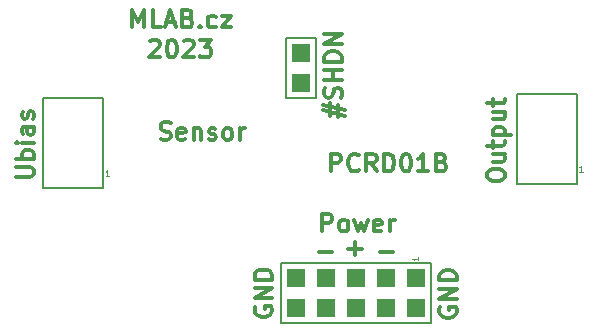
<source format=gbr>
%TF.GenerationSoftware,KiCad,Pcbnew,6.0.11+dfsg-1~bpo11+1*%
%TF.CreationDate,2023-07-05T00:31:27+00:00*%
%TF.ProjectId,PCRD01,50435244-3031-42e6-9b69-6361645f7063,01A*%
%TF.SameCoordinates,Original*%
%TF.FileFunction,Legend,Top*%
%TF.FilePolarity,Positive*%
%FSLAX46Y46*%
G04 Gerber Fmt 4.6, Leading zero omitted, Abs format (unit mm)*
G04 Created by KiCad (PCBNEW 6.0.11+dfsg-1~bpo11+1) date 2023-07-05 00:31:27*
%MOMM*%
%LPD*%
G01*
G04 APERTURE LIST*
%ADD10C,0.300000*%
%ADD11C,0.050000*%
%ADD12C,0.150000*%
%ADD13R,1.524000X1.524000*%
G04 APERTURE END LIST*
D10*
X22372214Y3956929D02*
X22372214Y5456929D01*
X22943642Y5456929D01*
X23086500Y5385500D01*
X23157928Y5314072D01*
X23229357Y5171215D01*
X23229357Y4956929D01*
X23157928Y4814072D01*
X23086500Y4742643D01*
X22943642Y4671215D01*
X22372214Y4671215D01*
X24086500Y3956929D02*
X23943642Y4028358D01*
X23872214Y4099786D01*
X23800785Y4242643D01*
X23800785Y4671215D01*
X23872214Y4814072D01*
X23943642Y4885500D01*
X24086500Y4956929D01*
X24300785Y4956929D01*
X24443642Y4885500D01*
X24515071Y4814072D01*
X24586500Y4671215D01*
X24586500Y4242643D01*
X24515071Y4099786D01*
X24443642Y4028358D01*
X24300785Y3956929D01*
X24086500Y3956929D01*
X25086500Y4956929D02*
X25372214Y3956929D01*
X25657928Y4671215D01*
X25943642Y3956929D01*
X26229357Y4956929D01*
X27372214Y4028358D02*
X27229357Y3956929D01*
X26943642Y3956929D01*
X26800785Y4028358D01*
X26729357Y4171215D01*
X26729357Y4742643D01*
X26800785Y4885500D01*
X26943642Y4956929D01*
X27229357Y4956929D01*
X27372214Y4885500D01*
X27443642Y4742643D01*
X27443642Y4599786D01*
X26729357Y4456929D01*
X28086500Y3956929D02*
X28086500Y4956929D01*
X28086500Y4671215D02*
X28157928Y4814072D01*
X28229357Y4885500D01*
X28372214Y4956929D01*
X28515071Y4956929D01*
X36326071Y8584786D02*
X36326071Y8870500D01*
X36397500Y9013358D01*
X36540357Y9156215D01*
X36826071Y9227643D01*
X37326071Y9227643D01*
X37611785Y9156215D01*
X37754642Y9013358D01*
X37826071Y8870500D01*
X37826071Y8584786D01*
X37754642Y8441929D01*
X37611785Y8299072D01*
X37326071Y8227643D01*
X36826071Y8227643D01*
X36540357Y8299072D01*
X36397500Y8441929D01*
X36326071Y8584786D01*
X36826071Y10513358D02*
X37826071Y10513358D01*
X36826071Y9870500D02*
X37611785Y9870500D01*
X37754642Y9941929D01*
X37826071Y10084786D01*
X37826071Y10299072D01*
X37754642Y10441929D01*
X37683214Y10513358D01*
X36826071Y11013358D02*
X36826071Y11584786D01*
X36326071Y11227643D02*
X37611785Y11227643D01*
X37754642Y11299072D01*
X37826071Y11441929D01*
X37826071Y11584786D01*
X36826071Y12084786D02*
X38326071Y12084786D01*
X36897500Y12084786D02*
X36826071Y12227643D01*
X36826071Y12513358D01*
X36897500Y12656215D01*
X36968928Y12727643D01*
X37111785Y12799072D01*
X37540357Y12799072D01*
X37683214Y12727643D01*
X37754642Y12656215D01*
X37826071Y12513358D01*
X37826071Y12227643D01*
X37754642Y12084786D01*
X36826071Y14084786D02*
X37826071Y14084786D01*
X36826071Y13441929D02*
X37611785Y13441929D01*
X37754642Y13513358D01*
X37826071Y13656215D01*
X37826071Y13870500D01*
X37754642Y14013358D01*
X37683214Y14084786D01*
X36826071Y14584786D02*
X36826071Y15156215D01*
X36326071Y14799072D02*
X37611785Y14799072D01*
X37754642Y14870500D01*
X37826071Y15013358D01*
X37826071Y15156215D01*
X32333500Y-2476357D02*
X32262071Y-2619214D01*
X32262071Y-2833500D01*
X32333500Y-3047785D01*
X32476357Y-3190642D01*
X32619214Y-3262071D01*
X32904928Y-3333500D01*
X33119214Y-3333500D01*
X33404928Y-3262071D01*
X33547785Y-3190642D01*
X33690642Y-3047785D01*
X33762071Y-2833500D01*
X33762071Y-2690642D01*
X33690642Y-2476357D01*
X33619214Y-2404928D01*
X33119214Y-2404928D01*
X33119214Y-2690642D01*
X33762071Y-1762071D02*
X32262071Y-1762071D01*
X33762071Y-904928D01*
X32262071Y-904928D01*
X33762071Y-190642D02*
X32262071Y-190642D01*
X32262071Y166500D01*
X32333500Y380786D01*
X32476357Y523643D01*
X32619214Y595072D01*
X32904928Y666500D01*
X33119214Y666500D01*
X33404928Y595072D01*
X33547785Y523643D01*
X33690642Y380786D01*
X33762071Y166500D01*
X33762071Y-190642D01*
X27241571Y2178858D02*
X28384428Y2178858D01*
X16712500Y-2412857D02*
X16641071Y-2555714D01*
X16641071Y-2770000D01*
X16712500Y-2984285D01*
X16855357Y-3127142D01*
X16998214Y-3198571D01*
X17283928Y-3270000D01*
X17498214Y-3270000D01*
X17783928Y-3198571D01*
X17926785Y-3127142D01*
X18069642Y-2984285D01*
X18141071Y-2770000D01*
X18141071Y-2627142D01*
X18069642Y-2412857D01*
X17998214Y-2341428D01*
X17498214Y-2341428D01*
X17498214Y-2627142D01*
X18141071Y-1698571D02*
X16641071Y-1698571D01*
X18141071Y-841428D01*
X16641071Y-841428D01*
X18141071Y-127142D02*
X16641071Y-127142D01*
X16641071Y230000D01*
X16712500Y444286D01*
X16855357Y587143D01*
X16998214Y658572D01*
X17283928Y730000D01*
X17498214Y730000D01*
X17783928Y658572D01*
X17926785Y587143D01*
X18069642Y444286D01*
X18141071Y230000D01*
X18141071Y-127142D01*
X23118571Y9036929D02*
X23118571Y10536929D01*
X23690000Y10536929D01*
X23832857Y10465500D01*
X23904285Y10394072D01*
X23975714Y10251215D01*
X23975714Y10036929D01*
X23904285Y9894072D01*
X23832857Y9822643D01*
X23690000Y9751215D01*
X23118571Y9751215D01*
X25475714Y9179786D02*
X25404285Y9108358D01*
X25190000Y9036929D01*
X25047142Y9036929D01*
X24832857Y9108358D01*
X24690000Y9251215D01*
X24618571Y9394072D01*
X24547142Y9679786D01*
X24547142Y9894072D01*
X24618571Y10179786D01*
X24690000Y10322643D01*
X24832857Y10465500D01*
X25047142Y10536929D01*
X25190000Y10536929D01*
X25404285Y10465500D01*
X25475714Y10394072D01*
X26975714Y9036929D02*
X26475714Y9751215D01*
X26118571Y9036929D02*
X26118571Y10536929D01*
X26690000Y10536929D01*
X26832857Y10465500D01*
X26904285Y10394072D01*
X26975714Y10251215D01*
X26975714Y10036929D01*
X26904285Y9894072D01*
X26832857Y9822643D01*
X26690000Y9751215D01*
X26118571Y9751215D01*
X27618571Y9036929D02*
X27618571Y10536929D01*
X27975714Y10536929D01*
X28190000Y10465500D01*
X28332857Y10322643D01*
X28404285Y10179786D01*
X28475714Y9894072D01*
X28475714Y9679786D01*
X28404285Y9394072D01*
X28332857Y9251215D01*
X28190000Y9108358D01*
X27975714Y9036929D01*
X27618571Y9036929D01*
X29404285Y10536929D02*
X29547142Y10536929D01*
X29690000Y10465500D01*
X29761428Y10394072D01*
X29832857Y10251215D01*
X29904285Y9965500D01*
X29904285Y9608358D01*
X29832857Y9322643D01*
X29761428Y9179786D01*
X29690000Y9108358D01*
X29547142Y9036929D01*
X29404285Y9036929D01*
X29261428Y9108358D01*
X29190000Y9179786D01*
X29118571Y9322643D01*
X29047142Y9608358D01*
X29047142Y9965500D01*
X29118571Y10251215D01*
X29190000Y10394072D01*
X29261428Y10465500D01*
X29404285Y10536929D01*
X31332857Y9036929D02*
X30475714Y9036929D01*
X30904285Y9036929D02*
X30904285Y10536929D01*
X30761428Y10322643D01*
X30618571Y10179786D01*
X30475714Y10108358D01*
X32475714Y9822643D02*
X32690000Y9751215D01*
X32761428Y9679786D01*
X32832857Y9536929D01*
X32832857Y9322643D01*
X32761428Y9179786D01*
X32690000Y9108358D01*
X32547142Y9036929D01*
X31975714Y9036929D01*
X31975714Y10536929D01*
X32475714Y10536929D01*
X32618571Y10465500D01*
X32690000Y10394072D01*
X32761428Y10251215D01*
X32761428Y10108358D01*
X32690000Y9965500D01*
X32618571Y9894072D01*
X32475714Y9822643D01*
X31975714Y9822643D01*
X7779071Y20046072D02*
X7850500Y20117500D01*
X7993357Y20188929D01*
X8350500Y20188929D01*
X8493357Y20117500D01*
X8564785Y20046072D01*
X8636214Y19903215D01*
X8636214Y19760358D01*
X8564785Y19546072D01*
X7707642Y18688929D01*
X8636214Y18688929D01*
X9564785Y20188929D02*
X9707642Y20188929D01*
X9850500Y20117500D01*
X9921928Y20046072D01*
X9993357Y19903215D01*
X10064785Y19617500D01*
X10064785Y19260358D01*
X9993357Y18974643D01*
X9921928Y18831786D01*
X9850500Y18760358D01*
X9707642Y18688929D01*
X9564785Y18688929D01*
X9421928Y18760358D01*
X9350500Y18831786D01*
X9279071Y18974643D01*
X9207642Y19260358D01*
X9207642Y19617500D01*
X9279071Y19903215D01*
X9350500Y20046072D01*
X9421928Y20117500D01*
X9564785Y20188929D01*
X10636214Y20046072D02*
X10707642Y20117500D01*
X10850500Y20188929D01*
X11207642Y20188929D01*
X11350500Y20117500D01*
X11421928Y20046072D01*
X11493357Y19903215D01*
X11493357Y19760358D01*
X11421928Y19546072D01*
X10564785Y18688929D01*
X11493357Y18688929D01*
X11993357Y20188929D02*
X12921928Y20188929D01*
X12421928Y19617500D01*
X12636214Y19617500D01*
X12779071Y19546072D01*
X12850500Y19474643D01*
X12921928Y19331786D01*
X12921928Y18974643D01*
X12850500Y18831786D01*
X12779071Y18760358D01*
X12636214Y18688929D01*
X12207642Y18688929D01*
X12064785Y18760358D01*
X11993357Y18831786D01*
X24574571Y2496358D02*
X25717428Y2496358D01*
X25146000Y1924929D02*
X25146000Y3067786D01*
X23046571Y13772000D02*
X23046571Y14843429D01*
X22403714Y14200572D02*
X24332285Y13772000D01*
X23689428Y14700572D02*
X23689428Y13629143D01*
X24332285Y14272000D02*
X22403714Y14700572D01*
X23975142Y15272000D02*
X24046571Y15486286D01*
X24046571Y15843429D01*
X23975142Y15986286D01*
X23903714Y16057715D01*
X23760857Y16129143D01*
X23618000Y16129143D01*
X23475142Y16057715D01*
X23403714Y15986286D01*
X23332285Y15843429D01*
X23260857Y15557715D01*
X23189428Y15414858D01*
X23118000Y15343429D01*
X22975142Y15272000D01*
X22832285Y15272000D01*
X22689428Y15343429D01*
X22618000Y15414858D01*
X22546571Y15557715D01*
X22546571Y15914858D01*
X22618000Y16129143D01*
X24046571Y16772000D02*
X22546571Y16772000D01*
X23260857Y16772000D02*
X23260857Y17629143D01*
X24046571Y17629143D02*
X22546571Y17629143D01*
X24046571Y18343429D02*
X22546571Y18343429D01*
X22546571Y18700572D01*
X22618000Y18914858D01*
X22760857Y19057715D01*
X22903714Y19129143D01*
X23189428Y19200572D01*
X23403714Y19200572D01*
X23689428Y19129143D01*
X23832285Y19057715D01*
X23975142Y18914858D01*
X24046571Y18700572D01*
X24046571Y18343429D01*
X24046571Y19843429D02*
X22546571Y19843429D01*
X24046571Y20700572D01*
X22546571Y20700572D01*
X-3551929Y8553000D02*
X-2337643Y8553000D01*
X-2194786Y8624429D01*
X-2123358Y8695858D01*
X-2051929Y8838715D01*
X-2051929Y9124429D01*
X-2123358Y9267286D01*
X-2194786Y9338715D01*
X-2337643Y9410143D01*
X-3551929Y9410143D01*
X-2051929Y10124429D02*
X-3551929Y10124429D01*
X-2980500Y10124429D02*
X-3051929Y10267286D01*
X-3051929Y10553000D01*
X-2980500Y10695858D01*
X-2909072Y10767286D01*
X-2766215Y10838715D01*
X-2337643Y10838715D01*
X-2194786Y10767286D01*
X-2123358Y10695858D01*
X-2051929Y10553000D01*
X-2051929Y10267286D01*
X-2123358Y10124429D01*
X-2051929Y11481572D02*
X-3051929Y11481572D01*
X-3551929Y11481572D02*
X-3480500Y11410143D01*
X-3409072Y11481572D01*
X-3480500Y11553000D01*
X-3551929Y11481572D01*
X-3409072Y11481572D01*
X-2051929Y12838715D02*
X-2837643Y12838715D01*
X-2980500Y12767286D01*
X-3051929Y12624429D01*
X-3051929Y12338715D01*
X-2980500Y12195858D01*
X-2123358Y12838715D02*
X-2051929Y12695858D01*
X-2051929Y12338715D01*
X-2123358Y12195858D01*
X-2266215Y12124429D01*
X-2409072Y12124429D01*
X-2551929Y12195858D01*
X-2623358Y12338715D01*
X-2623358Y12695858D01*
X-2694786Y12838715D01*
X-2123358Y13481572D02*
X-2051929Y13624429D01*
X-2051929Y13910143D01*
X-2123358Y14053000D01*
X-2266215Y14124429D01*
X-2337643Y14124429D01*
X-2480500Y14053000D01*
X-2551929Y13910143D01*
X-2551929Y13695858D01*
X-2623358Y13553000D01*
X-2766215Y13481572D01*
X-2837643Y13481572D01*
X-2980500Y13553000D01*
X-3051929Y13695858D01*
X-3051929Y13910143D01*
X-2980500Y14053000D01*
X6306857Y21228929D02*
X6306857Y22728929D01*
X6806857Y21657500D01*
X7306857Y22728929D01*
X7306857Y21228929D01*
X8735428Y21228929D02*
X8021142Y21228929D01*
X8021142Y22728929D01*
X9164000Y21657500D02*
X9878285Y21657500D01*
X9021142Y21228929D02*
X9521142Y22728929D01*
X10021142Y21228929D01*
X11021142Y22014643D02*
X11235428Y21943215D01*
X11306857Y21871786D01*
X11378285Y21728929D01*
X11378285Y21514643D01*
X11306857Y21371786D01*
X11235428Y21300358D01*
X11092571Y21228929D01*
X10521142Y21228929D01*
X10521142Y22728929D01*
X11021142Y22728929D01*
X11164000Y22657500D01*
X11235428Y22586072D01*
X11306857Y22443215D01*
X11306857Y22300358D01*
X11235428Y22157500D01*
X11164000Y22086072D01*
X11021142Y22014643D01*
X10521142Y22014643D01*
X12021142Y21371786D02*
X12092571Y21300358D01*
X12021142Y21228929D01*
X11949714Y21300358D01*
X12021142Y21371786D01*
X12021142Y21228929D01*
X13378285Y21300358D02*
X13235428Y21228929D01*
X12949714Y21228929D01*
X12806857Y21300358D01*
X12735428Y21371786D01*
X12664000Y21514643D01*
X12664000Y21943215D01*
X12735428Y22086072D01*
X12806857Y22157500D01*
X12949714Y22228929D01*
X13235428Y22228929D01*
X13378285Y22157500D01*
X13878285Y22228929D02*
X14664000Y22228929D01*
X13878285Y21228929D01*
X14664000Y21228929D01*
X8692000Y11775358D02*
X8906285Y11703929D01*
X9263428Y11703929D01*
X9406285Y11775358D01*
X9477714Y11846786D01*
X9549142Y11989643D01*
X9549142Y12132500D01*
X9477714Y12275358D01*
X9406285Y12346786D01*
X9263428Y12418215D01*
X8977714Y12489643D01*
X8834857Y12561072D01*
X8763428Y12632500D01*
X8692000Y12775358D01*
X8692000Y12918215D01*
X8763428Y13061072D01*
X8834857Y13132500D01*
X8977714Y13203929D01*
X9334857Y13203929D01*
X9549142Y13132500D01*
X10763428Y11775358D02*
X10620571Y11703929D01*
X10334857Y11703929D01*
X10192000Y11775358D01*
X10120571Y11918215D01*
X10120571Y12489643D01*
X10192000Y12632500D01*
X10334857Y12703929D01*
X10620571Y12703929D01*
X10763428Y12632500D01*
X10834857Y12489643D01*
X10834857Y12346786D01*
X10120571Y12203929D01*
X11477714Y12703929D02*
X11477714Y11703929D01*
X11477714Y12561072D02*
X11549142Y12632500D01*
X11692000Y12703929D01*
X11906285Y12703929D01*
X12049142Y12632500D01*
X12120571Y12489643D01*
X12120571Y11703929D01*
X12763428Y11775358D02*
X12906285Y11703929D01*
X13192000Y11703929D01*
X13334857Y11775358D01*
X13406285Y11918215D01*
X13406285Y11989643D01*
X13334857Y12132500D01*
X13192000Y12203929D01*
X12977714Y12203929D01*
X12834857Y12275358D01*
X12763428Y12418215D01*
X12763428Y12489643D01*
X12834857Y12632500D01*
X12977714Y12703929D01*
X13192000Y12703929D01*
X13334857Y12632500D01*
X14263428Y11703929D02*
X14120571Y11775358D01*
X14049142Y11846786D01*
X13977714Y11989643D01*
X13977714Y12418215D01*
X14049142Y12561072D01*
X14120571Y12632500D01*
X14263428Y12703929D01*
X14477714Y12703929D01*
X14620571Y12632500D01*
X14692000Y12561072D01*
X14763428Y12418215D01*
X14763428Y11989643D01*
X14692000Y11846786D01*
X14620571Y11775358D01*
X14477714Y11703929D01*
X14263428Y11703929D01*
X15406285Y11703929D02*
X15406285Y12703929D01*
X15406285Y12418215D02*
X15477714Y12561072D01*
X15549142Y12632500D01*
X15692000Y12703929D01*
X15834857Y12703929D01*
X22098071Y2178858D02*
X23240928Y2178858D01*
D11*
%TO.C,J1*%
X4333857Y8663810D02*
X4048142Y8663810D01*
X4191000Y8663810D02*
X4191000Y9163810D01*
X4143380Y9092381D01*
X4095761Y9044762D01*
X4048142Y9020953D01*
%TO.C,J2*%
X30502990Y1793858D02*
X30502990Y1508143D01*
X30502990Y1651000D02*
X30002990Y1651000D01*
X30074419Y1603381D01*
X30122038Y1555762D01*
X30145847Y1508143D01*
%TO.C,J5*%
X44440457Y9019410D02*
X44154742Y9019410D01*
X44297600Y9019410D02*
X44297600Y9519410D01*
X44249980Y9447981D01*
X44202361Y9400362D01*
X44154742Y9376553D01*
D12*
%TO.C,J1*%
X3810000Y7620000D02*
X-1270000Y7620000D01*
X-1270000Y15240000D02*
X3810000Y15240000D01*
X3810000Y15240000D02*
X3810000Y7620000D01*
X-1270000Y7620000D02*
X-1270000Y15240000D01*
%TO.C,J2*%
X18846800Y1270000D02*
X31546800Y1270000D01*
X31546800Y1270000D02*
X31546800Y-3810000D01*
X18846800Y-3810000D02*
X18846800Y1270000D01*
X31546800Y-3810000D02*
X18846800Y-3810000D01*
%TO.C,J5*%
X38836600Y7975600D02*
X38836600Y15595600D01*
X43916600Y15595600D02*
X43916600Y7975600D01*
X38836600Y15595600D02*
X43916600Y15595600D01*
X43916600Y7975600D02*
X38836600Y7975600D01*
%TO.C,J4*%
X21844000Y15240000D02*
X19304000Y15240000D01*
X19304000Y15240000D02*
X19304000Y20320000D01*
X19304000Y20320000D02*
X21844000Y20320000D01*
X21844000Y20320000D02*
X21844000Y15240000D01*
%TD*%
D13*
%TO.C,J2*%
X30276800Y0D03*
X30276800Y-2540000D03*
X27736800Y0D03*
X27736800Y-2540000D03*
X25196800Y0D03*
X25196800Y-2540000D03*
X22656800Y0D03*
X22656800Y-2540000D03*
X20116800Y0D03*
X20116800Y-2540000D03*
%TD*%
%TO.C,J4*%
X20574000Y16510000D03*
X20574000Y19050000D03*
%TD*%
M02*

</source>
